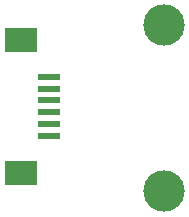
<source format=gts>
G04 #@! TF.GenerationSoftware,KiCad,Pcbnew,(5.1.10)-1*
G04 #@! TF.CreationDate,2021-11-16T23:33:15-08:00*
G04 #@! TF.ProjectId,LedBoard,4c656442-6f61-4726-942e-6b696361645f,rev?*
G04 #@! TF.SameCoordinates,Original*
G04 #@! TF.FileFunction,Soldermask,Top*
G04 #@! TF.FilePolarity,Negative*
%FSLAX46Y46*%
G04 Gerber Fmt 4.6, Leading zero omitted, Abs format (unit mm)*
G04 Created by KiCad (PCBNEW (5.1.10)-1) date 2021-11-16 23:33:15*
%MOMM*%
%LPD*%
G01*
G04 APERTURE LIST*
%ADD10R,2.799999X2.100000*%
%ADD11R,1.900000X0.600000*%
%ADD12C,3.500001*%
G04 APERTURE END LIST*
D10*
X137779300Y-72064300D03*
X137779300Y-60764300D03*
D11*
X140129300Y-63914300D03*
X140129300Y-68914300D03*
X140129300Y-67914300D03*
X140129300Y-66914300D03*
X140129300Y-65914300D03*
X140129300Y-64914300D03*
D12*
X149860000Y-73596500D03*
X149860000Y-59563000D03*
M02*

</source>
